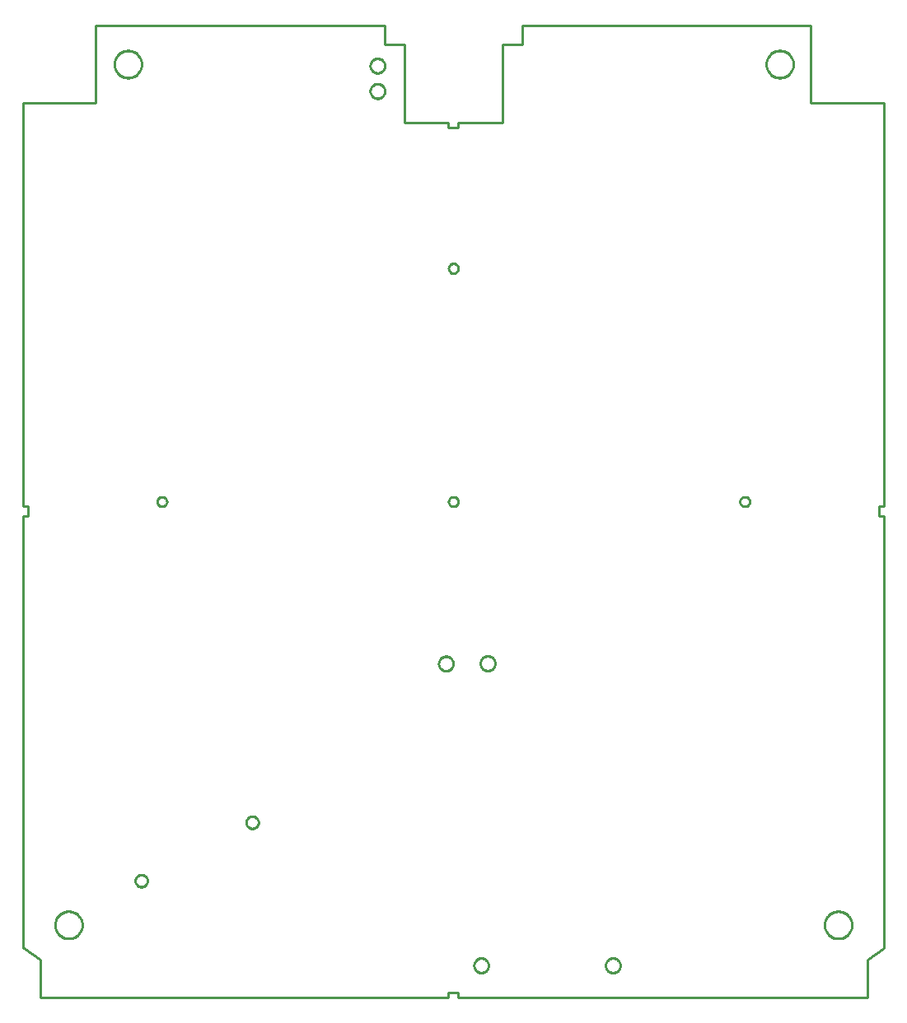
<source format=gbr>
G04 EAGLE Gerber X2 export*
%TF.Part,Single*%
%TF.FileFunction,Profile,NP*%
%TF.FilePolarity,Positive*%
%TF.GenerationSoftware,Autodesk,EAGLE,9.2.2*%
%TF.CreationDate,2019-04-19T13:44:37Z*%
G75*
%MOMM*%
%FSLAX34Y34*%
%LPD*%
%IN*%
%AMOC8*
5,1,8,0,0,1.08239X$1,22.5*%
G01*
%ADD10C,0.254000*%


D10*
X0Y50800D02*
X1100Y50800D01*
X18000Y38900D01*
X18000Y0D01*
X437500Y0D01*
X437500Y5000D01*
X447500Y5000D01*
X447500Y0D01*
X868000Y0D01*
X868000Y38900D01*
X885000Y50800D01*
X885000Y495000D01*
X880000Y495000D01*
X880000Y505000D01*
X884875Y505000D01*
X885000Y505100D01*
X885000Y920000D01*
X810000Y920000D01*
X810000Y1000000D01*
X513000Y1000000D01*
X513000Y980000D01*
X493000Y980000D01*
X493000Y900000D01*
X447500Y900000D01*
X447500Y895000D01*
X437500Y895000D01*
X437500Y900000D01*
X392000Y900000D01*
X392000Y980000D01*
X372000Y980000D01*
X372000Y1000000D01*
X75000Y1000000D01*
X75000Y920000D01*
X0Y920000D01*
X0Y505000D01*
X5000Y505000D01*
X5000Y495000D01*
X0Y495000D01*
X0Y50800D01*
X143281Y505000D02*
X143839Y505063D01*
X144386Y505188D01*
X144916Y505373D01*
X145422Y505617D01*
X145898Y505916D01*
X146337Y506266D01*
X146734Y506663D01*
X147084Y507102D01*
X147383Y507578D01*
X147627Y508084D01*
X147812Y508614D01*
X147937Y509161D01*
X148000Y509719D01*
X148000Y510281D01*
X147937Y510839D01*
X147812Y511386D01*
X147627Y511916D01*
X147383Y512422D01*
X147084Y512898D01*
X146734Y513337D01*
X146337Y513734D01*
X145898Y514084D01*
X145422Y514383D01*
X144916Y514627D01*
X144386Y514812D01*
X143839Y514937D01*
X143281Y515000D01*
X142719Y515000D01*
X142161Y514937D01*
X141614Y514812D01*
X141084Y514627D01*
X140578Y514383D01*
X140102Y514084D01*
X139663Y513734D01*
X139266Y513337D01*
X138916Y512898D01*
X138617Y512422D01*
X138373Y511916D01*
X138188Y511386D01*
X138063Y510839D01*
X138000Y510281D01*
X138000Y509719D01*
X138063Y509161D01*
X138188Y508614D01*
X138373Y508084D01*
X138617Y507578D01*
X138916Y507102D01*
X139266Y506663D01*
X139663Y506266D01*
X140102Y505916D01*
X140578Y505617D01*
X141084Y505373D01*
X141614Y505188D01*
X142161Y505063D01*
X142719Y505000D01*
X143281Y505000D01*
X742283Y504996D02*
X742841Y505059D01*
X743388Y505184D01*
X743918Y505370D01*
X744424Y505613D01*
X744900Y505912D01*
X745339Y506262D01*
X745736Y506660D01*
X746086Y507099D01*
X746385Y507574D01*
X746629Y508080D01*
X746814Y508610D01*
X746939Y509158D01*
X747002Y509716D01*
X747002Y510277D01*
X746939Y510835D01*
X746814Y511383D01*
X746629Y511913D01*
X746385Y512419D01*
X746086Y512894D01*
X745736Y513333D01*
X745339Y513731D01*
X744900Y514081D01*
X744424Y514379D01*
X743918Y514623D01*
X743388Y514809D01*
X742841Y514934D01*
X742283Y514996D01*
X741721Y514996D01*
X741163Y514934D01*
X740615Y514809D01*
X740085Y514623D01*
X739579Y514379D01*
X739104Y514081D01*
X738665Y513731D01*
X738268Y513333D01*
X737918Y512894D01*
X737619Y512419D01*
X737375Y511913D01*
X737190Y511383D01*
X737065Y510835D01*
X737002Y510277D01*
X737002Y509716D01*
X737065Y509158D01*
X737190Y508610D01*
X737375Y508080D01*
X737619Y507574D01*
X737918Y507099D01*
X738268Y506660D01*
X738665Y506262D01*
X739104Y505912D01*
X739579Y505613D01*
X740085Y505370D01*
X740615Y505184D01*
X741163Y505059D01*
X741721Y504996D01*
X742283Y504996D01*
X128050Y119649D02*
X127971Y118951D01*
X127815Y118267D01*
X127583Y117604D01*
X127279Y116972D01*
X126905Y116378D01*
X126468Y115829D01*
X125971Y115332D01*
X125422Y114895D01*
X124828Y114521D01*
X124196Y114217D01*
X123533Y113985D01*
X122849Y113829D01*
X122151Y113750D01*
X121449Y113750D01*
X120751Y113829D01*
X120067Y113985D01*
X119404Y114217D01*
X118772Y114521D01*
X118178Y114895D01*
X117629Y115332D01*
X117132Y115829D01*
X116695Y116378D01*
X116321Y116972D01*
X116017Y117604D01*
X115785Y118267D01*
X115629Y118951D01*
X115550Y119649D01*
X115550Y120351D01*
X115629Y121049D01*
X115785Y121733D01*
X116017Y122396D01*
X116321Y123028D01*
X116695Y123622D01*
X117132Y124171D01*
X117629Y124668D01*
X118178Y125105D01*
X118772Y125479D01*
X119404Y125783D01*
X120067Y126015D01*
X120751Y126171D01*
X121449Y126250D01*
X122151Y126250D01*
X122849Y126171D01*
X123533Y126015D01*
X124196Y125783D01*
X124828Y125479D01*
X125422Y125105D01*
X125971Y124668D01*
X126468Y124171D01*
X126905Y123622D01*
X127279Y123028D01*
X127583Y122396D01*
X127815Y121733D01*
X127971Y121049D01*
X128050Y120351D01*
X128050Y119649D01*
X242050Y179649D02*
X241971Y178951D01*
X241815Y178267D01*
X241583Y177604D01*
X241279Y176972D01*
X240905Y176378D01*
X240468Y175829D01*
X239971Y175332D01*
X239422Y174895D01*
X238828Y174521D01*
X238196Y174217D01*
X237533Y173985D01*
X236849Y173829D01*
X236151Y173750D01*
X235449Y173750D01*
X234751Y173829D01*
X234067Y173985D01*
X233404Y174217D01*
X232772Y174521D01*
X232178Y174895D01*
X231629Y175332D01*
X231132Y175829D01*
X230695Y176378D01*
X230321Y176972D01*
X230017Y177604D01*
X229785Y178267D01*
X229629Y178951D01*
X229550Y179649D01*
X229550Y180351D01*
X229629Y181049D01*
X229785Y181733D01*
X230017Y182396D01*
X230321Y183028D01*
X230695Y183622D01*
X231132Y184171D01*
X231629Y184668D01*
X232178Y185105D01*
X232772Y185479D01*
X233404Y185783D01*
X234067Y186015D01*
X234751Y186171D01*
X235449Y186250D01*
X236151Y186250D01*
X236849Y186171D01*
X237533Y186015D01*
X238196Y185783D01*
X238828Y185479D01*
X239422Y185105D01*
X239971Y184668D01*
X240468Y184171D01*
X240905Y183622D01*
X241279Y183028D01*
X241583Y182396D01*
X241815Y181733D01*
X241971Y181049D01*
X242050Y180351D01*
X242050Y179649D01*
X122000Y959500D02*
X121929Y958503D01*
X121786Y957513D01*
X121574Y956536D01*
X121292Y955576D01*
X120943Y954639D01*
X120527Y953729D01*
X120048Y952852D01*
X119507Y952010D01*
X118908Y951210D01*
X118253Y950454D01*
X117546Y949747D01*
X116790Y949092D01*
X115990Y948493D01*
X115148Y947952D01*
X114271Y947473D01*
X113361Y947057D01*
X112424Y946708D01*
X111465Y946426D01*
X110487Y946214D01*
X109498Y946071D01*
X108500Y946000D01*
X107500Y946000D01*
X106503Y946071D01*
X105513Y946214D01*
X104536Y946426D01*
X103576Y946708D01*
X102639Y947057D01*
X101729Y947473D01*
X100852Y947952D01*
X100010Y948493D01*
X99210Y949092D01*
X98454Y949747D01*
X97747Y950454D01*
X97092Y951210D01*
X96493Y952010D01*
X95952Y952852D01*
X95473Y953729D01*
X95057Y954639D01*
X94708Y955576D01*
X94426Y956536D01*
X94214Y957513D01*
X94071Y958503D01*
X94000Y959500D01*
X94000Y960500D01*
X94071Y961498D01*
X94214Y962487D01*
X94426Y963465D01*
X94708Y964424D01*
X95057Y965361D01*
X95473Y966271D01*
X95952Y967148D01*
X96493Y967990D01*
X97092Y968790D01*
X97747Y969546D01*
X98454Y970253D01*
X99210Y970908D01*
X100010Y971507D01*
X100852Y972048D01*
X101729Y972527D01*
X102639Y972943D01*
X103576Y973292D01*
X104536Y973574D01*
X105513Y973786D01*
X106503Y973929D01*
X107500Y974000D01*
X108500Y974000D01*
X109498Y973929D01*
X110487Y973786D01*
X111465Y973574D01*
X112424Y973292D01*
X113361Y972943D01*
X114271Y972527D01*
X115148Y972048D01*
X115990Y971507D01*
X116790Y970908D01*
X117546Y970253D01*
X118253Y969546D01*
X118908Y968790D01*
X119507Y967990D01*
X120048Y967148D01*
X120527Y966271D01*
X120943Y965361D01*
X121292Y964424D01*
X121574Y963465D01*
X121786Y962487D01*
X121929Y961498D01*
X122000Y960500D01*
X122000Y959500D01*
X792000Y959500D02*
X791929Y958503D01*
X791786Y957513D01*
X791574Y956536D01*
X791292Y955576D01*
X790943Y954639D01*
X790527Y953729D01*
X790048Y952852D01*
X789507Y952010D01*
X788908Y951210D01*
X788253Y950454D01*
X787546Y949747D01*
X786790Y949092D01*
X785990Y948493D01*
X785148Y947952D01*
X784271Y947473D01*
X783361Y947057D01*
X782424Y946708D01*
X781465Y946426D01*
X780487Y946214D01*
X779498Y946071D01*
X778500Y946000D01*
X777500Y946000D01*
X776503Y946071D01*
X775513Y946214D01*
X774536Y946426D01*
X773576Y946708D01*
X772639Y947057D01*
X771729Y947473D01*
X770852Y947952D01*
X770010Y948493D01*
X769210Y949092D01*
X768454Y949747D01*
X767747Y950454D01*
X767092Y951210D01*
X766493Y952010D01*
X765952Y952852D01*
X765473Y953729D01*
X765057Y954639D01*
X764708Y955576D01*
X764426Y956536D01*
X764214Y957513D01*
X764071Y958503D01*
X764000Y959500D01*
X764000Y960500D01*
X764071Y961498D01*
X764214Y962487D01*
X764426Y963465D01*
X764708Y964424D01*
X765057Y965361D01*
X765473Y966271D01*
X765952Y967148D01*
X766493Y967990D01*
X767092Y968790D01*
X767747Y969546D01*
X768454Y970253D01*
X769210Y970908D01*
X770010Y971507D01*
X770852Y972048D01*
X771729Y972527D01*
X772639Y972943D01*
X773576Y973292D01*
X774536Y973574D01*
X775513Y973786D01*
X776503Y973929D01*
X777500Y974000D01*
X778500Y974000D01*
X779498Y973929D01*
X780487Y973786D01*
X781465Y973574D01*
X782424Y973292D01*
X783361Y972943D01*
X784271Y972527D01*
X785148Y972048D01*
X785990Y971507D01*
X786790Y970908D01*
X787546Y970253D01*
X788253Y969546D01*
X788908Y968790D01*
X789507Y967990D01*
X790048Y967148D01*
X790527Y966271D01*
X790943Y965361D01*
X791292Y964424D01*
X791574Y963465D01*
X791786Y962487D01*
X791929Y961498D01*
X792000Y960500D01*
X792000Y959500D01*
X61000Y74000D02*
X60929Y73003D01*
X60786Y72013D01*
X60574Y71036D01*
X60292Y70076D01*
X59943Y69139D01*
X59527Y68229D01*
X59048Y67352D01*
X58507Y66510D01*
X57908Y65710D01*
X57253Y64954D01*
X56546Y64247D01*
X55790Y63592D01*
X54990Y62993D01*
X54148Y62452D01*
X53271Y61973D01*
X52361Y61557D01*
X51424Y61208D01*
X50465Y60926D01*
X49487Y60714D01*
X48498Y60571D01*
X47500Y60500D01*
X46500Y60500D01*
X45503Y60571D01*
X44513Y60714D01*
X43536Y60926D01*
X42576Y61208D01*
X41639Y61557D01*
X40729Y61973D01*
X39852Y62452D01*
X39010Y62993D01*
X38210Y63592D01*
X37454Y64247D01*
X36747Y64954D01*
X36092Y65710D01*
X35493Y66510D01*
X34952Y67352D01*
X34473Y68229D01*
X34057Y69139D01*
X33708Y70076D01*
X33426Y71036D01*
X33214Y72013D01*
X33071Y73003D01*
X33000Y74000D01*
X33000Y75000D01*
X33071Y75998D01*
X33214Y76987D01*
X33426Y77965D01*
X33708Y78924D01*
X34057Y79861D01*
X34473Y80771D01*
X34952Y81648D01*
X35493Y82490D01*
X36092Y83290D01*
X36747Y84046D01*
X37454Y84753D01*
X38210Y85408D01*
X39010Y86007D01*
X39852Y86548D01*
X40729Y87027D01*
X41639Y87443D01*
X42576Y87792D01*
X43536Y88074D01*
X44513Y88286D01*
X45503Y88429D01*
X46500Y88500D01*
X47500Y88500D01*
X48498Y88429D01*
X49487Y88286D01*
X50465Y88074D01*
X51424Y87792D01*
X52361Y87443D01*
X53271Y87027D01*
X54148Y86548D01*
X54990Y86007D01*
X55790Y85408D01*
X56546Y84753D01*
X57253Y84046D01*
X57908Y83290D01*
X58507Y82490D01*
X59048Y81648D01*
X59527Y80771D01*
X59943Y79861D01*
X60292Y78924D01*
X60574Y77965D01*
X60786Y76987D01*
X60929Y75998D01*
X61000Y75000D01*
X61000Y74000D01*
X852000Y74000D02*
X851929Y73003D01*
X851786Y72013D01*
X851574Y71036D01*
X851292Y70076D01*
X850943Y69139D01*
X850527Y68229D01*
X850048Y67352D01*
X849507Y66510D01*
X848908Y65710D01*
X848253Y64954D01*
X847546Y64247D01*
X846790Y63592D01*
X845990Y62993D01*
X845148Y62452D01*
X844271Y61973D01*
X843361Y61557D01*
X842424Y61208D01*
X841465Y60926D01*
X840487Y60714D01*
X839498Y60571D01*
X838500Y60500D01*
X837500Y60500D01*
X836503Y60571D01*
X835513Y60714D01*
X834536Y60926D01*
X833576Y61208D01*
X832639Y61557D01*
X831729Y61973D01*
X830852Y62452D01*
X830010Y62993D01*
X829210Y63592D01*
X828454Y64247D01*
X827747Y64954D01*
X827092Y65710D01*
X826493Y66510D01*
X825952Y67352D01*
X825473Y68229D01*
X825057Y69139D01*
X824708Y70076D01*
X824426Y71036D01*
X824214Y72013D01*
X824071Y73003D01*
X824000Y74000D01*
X824000Y75000D01*
X824071Y75998D01*
X824214Y76987D01*
X824426Y77965D01*
X824708Y78924D01*
X825057Y79861D01*
X825473Y80771D01*
X825952Y81648D01*
X826493Y82490D01*
X827092Y83290D01*
X827747Y84046D01*
X828454Y84753D01*
X829210Y85408D01*
X830010Y86007D01*
X830852Y86548D01*
X831729Y87027D01*
X832639Y87443D01*
X833576Y87792D01*
X834536Y88074D01*
X835513Y88286D01*
X836503Y88429D01*
X837500Y88500D01*
X838500Y88500D01*
X839498Y88429D01*
X840487Y88286D01*
X841465Y88074D01*
X842424Y87792D01*
X843361Y87443D01*
X844271Y87027D01*
X845148Y86548D01*
X845990Y86007D01*
X846790Y85408D01*
X847546Y84753D01*
X848253Y84046D01*
X848908Y83290D01*
X849507Y82490D01*
X850048Y81648D01*
X850527Y80771D01*
X850943Y79861D01*
X851292Y78924D01*
X851574Y77965D01*
X851786Y76987D01*
X851929Y75998D01*
X852000Y75000D01*
X852000Y74000D01*
X372020Y958063D02*
X371948Y957330D01*
X371804Y956607D01*
X371590Y955902D01*
X371308Y955221D01*
X370961Y954571D01*
X370551Y953958D01*
X370084Y953389D01*
X369563Y952867D01*
X368993Y952400D01*
X368380Y951991D01*
X367730Y951643D01*
X367050Y951361D01*
X366344Y951147D01*
X365622Y951004D01*
X364888Y950931D01*
X364151Y950931D01*
X363418Y951004D01*
X362695Y951147D01*
X361990Y951361D01*
X361309Y951643D01*
X360659Y951991D01*
X360047Y952400D01*
X359477Y952867D01*
X358956Y953389D01*
X358489Y953958D01*
X358079Y954571D01*
X357732Y955221D01*
X357450Y955902D01*
X357236Y956607D01*
X357092Y957330D01*
X357020Y958063D01*
X357020Y958800D01*
X357092Y959533D01*
X357236Y960256D01*
X357450Y960961D01*
X357732Y961642D01*
X358079Y962292D01*
X358489Y962904D01*
X358956Y963474D01*
X359477Y963995D01*
X360047Y964463D01*
X360659Y964872D01*
X361309Y965219D01*
X361990Y965501D01*
X362695Y965715D01*
X363418Y965859D01*
X364151Y965931D01*
X364888Y965931D01*
X365622Y965859D01*
X366344Y965715D01*
X367050Y965501D01*
X367730Y965219D01*
X368380Y964872D01*
X368993Y964463D01*
X369563Y963995D01*
X370084Y963474D01*
X370551Y962904D01*
X370961Y962292D01*
X371308Y961642D01*
X371590Y960961D01*
X371804Y960256D01*
X371948Y959533D01*
X372020Y958800D01*
X372020Y958063D01*
X372020Y931991D02*
X371948Y931257D01*
X371804Y930535D01*
X371590Y929829D01*
X371308Y929149D01*
X370961Y928499D01*
X370551Y927886D01*
X370084Y927316D01*
X369563Y926795D01*
X368993Y926328D01*
X368380Y925918D01*
X367730Y925571D01*
X367050Y925289D01*
X366344Y925075D01*
X365622Y924931D01*
X364888Y924859D01*
X364151Y924859D01*
X363418Y924931D01*
X362695Y925075D01*
X361990Y925289D01*
X361309Y925571D01*
X360659Y925918D01*
X360047Y926328D01*
X359477Y926795D01*
X358956Y927316D01*
X358489Y927886D01*
X358079Y928499D01*
X357732Y929149D01*
X357450Y929829D01*
X357236Y930535D01*
X357092Y931257D01*
X357020Y931991D01*
X357020Y932728D01*
X357092Y933461D01*
X357236Y934184D01*
X357450Y934889D01*
X357732Y935570D01*
X358079Y936220D01*
X358489Y936832D01*
X358956Y937402D01*
X359477Y937923D01*
X360047Y938390D01*
X360659Y938800D01*
X361309Y939147D01*
X361990Y939429D01*
X362695Y939643D01*
X363418Y939787D01*
X364151Y939859D01*
X364888Y939859D01*
X365622Y939787D01*
X366344Y939643D01*
X367050Y939429D01*
X367730Y939147D01*
X368380Y938800D01*
X368993Y938390D01*
X369563Y937923D01*
X370084Y937402D01*
X370551Y936832D01*
X370961Y936220D01*
X371308Y935570D01*
X371590Y934889D01*
X371804Y934184D01*
X371948Y933461D01*
X372020Y932728D01*
X372020Y931991D01*
X613969Y32486D02*
X613897Y31753D01*
X613753Y31030D01*
X613539Y30325D01*
X613257Y29644D01*
X612910Y28994D01*
X612500Y28381D01*
X612033Y27812D01*
X611512Y27291D01*
X610942Y26823D01*
X610329Y26414D01*
X609680Y26066D01*
X608999Y25784D01*
X608294Y25570D01*
X607571Y25427D01*
X606837Y25354D01*
X606101Y25354D01*
X605367Y25427D01*
X604644Y25570D01*
X603939Y25784D01*
X603258Y26066D01*
X602609Y26414D01*
X601996Y26823D01*
X601426Y27291D01*
X600905Y27812D01*
X600438Y28381D01*
X600028Y28994D01*
X599681Y29644D01*
X599399Y30325D01*
X599185Y31030D01*
X599041Y31753D01*
X598969Y32486D01*
X598969Y33223D01*
X599041Y33956D01*
X599185Y34679D01*
X599399Y35384D01*
X599681Y36065D01*
X600028Y36715D01*
X600438Y37328D01*
X600905Y37897D01*
X601426Y38418D01*
X601996Y38886D01*
X602609Y39295D01*
X603258Y39643D01*
X603939Y39925D01*
X604644Y40138D01*
X605367Y40282D01*
X606101Y40354D01*
X606837Y40354D01*
X607571Y40282D01*
X608294Y40138D01*
X608999Y39925D01*
X609680Y39643D01*
X610329Y39295D01*
X610942Y38886D01*
X611512Y38418D01*
X612033Y37897D01*
X612500Y37328D01*
X612910Y36715D01*
X613257Y36065D01*
X613539Y35384D01*
X613753Y34679D01*
X613897Y33956D01*
X613969Y33223D01*
X613969Y32486D01*
X478584Y32486D02*
X478512Y31753D01*
X478368Y31030D01*
X478154Y30325D01*
X477872Y29644D01*
X477525Y28994D01*
X477115Y28381D01*
X476648Y27812D01*
X476127Y27291D01*
X475557Y26823D01*
X474944Y26414D01*
X474295Y26066D01*
X473614Y25784D01*
X472909Y25570D01*
X472186Y25427D01*
X471452Y25354D01*
X470716Y25354D01*
X469982Y25427D01*
X469259Y25570D01*
X468554Y25784D01*
X467873Y26066D01*
X467224Y26414D01*
X466611Y26823D01*
X466041Y27291D01*
X465520Y27812D01*
X465053Y28381D01*
X464643Y28994D01*
X464296Y29644D01*
X464014Y30325D01*
X463800Y31030D01*
X463656Y31753D01*
X463584Y32486D01*
X463584Y33223D01*
X463656Y33956D01*
X463800Y34679D01*
X464014Y35384D01*
X464296Y36065D01*
X464643Y36715D01*
X465053Y37328D01*
X465520Y37897D01*
X466041Y38418D01*
X466611Y38886D01*
X467224Y39295D01*
X467873Y39643D01*
X468554Y39925D01*
X469259Y40138D01*
X469982Y40282D01*
X470716Y40354D01*
X471452Y40354D01*
X472186Y40282D01*
X472909Y40138D01*
X473614Y39925D01*
X474295Y39643D01*
X474944Y39295D01*
X475557Y38886D01*
X476127Y38418D01*
X476648Y37897D01*
X477115Y37328D01*
X477525Y36715D01*
X477872Y36065D01*
X478154Y35384D01*
X478368Y34679D01*
X478512Y33956D01*
X478584Y33223D01*
X478584Y32486D01*
X437500Y510281D02*
X437563Y510839D01*
X437688Y511386D01*
X437873Y511916D01*
X438117Y512422D01*
X438416Y512898D01*
X438766Y513337D01*
X439163Y513734D01*
X439602Y514084D01*
X440078Y514383D01*
X440584Y514627D01*
X441114Y514812D01*
X441661Y514937D01*
X442219Y515000D01*
X442781Y515000D01*
X443339Y514937D01*
X443886Y514812D01*
X444416Y514627D01*
X444922Y514383D01*
X445398Y514084D01*
X445837Y513734D01*
X446234Y513337D01*
X446584Y512898D01*
X446883Y512422D01*
X447127Y511916D01*
X447312Y511386D01*
X447437Y510839D01*
X447500Y510281D01*
X447500Y509719D01*
X447437Y509161D01*
X447312Y508614D01*
X447127Y508084D01*
X446883Y507578D01*
X446584Y507102D01*
X446234Y506663D01*
X445837Y506266D01*
X445398Y505916D01*
X444922Y505617D01*
X444416Y505373D01*
X443886Y505188D01*
X443339Y505063D01*
X442781Y505000D01*
X442219Y505000D01*
X441661Y505063D01*
X441114Y505188D01*
X440584Y505373D01*
X440078Y505617D01*
X439602Y505916D01*
X439163Y506266D01*
X438766Y506663D01*
X438416Y507102D01*
X438117Y507578D01*
X437873Y508084D01*
X437688Y508614D01*
X437563Y509161D01*
X437500Y509719D01*
X437500Y510281D01*
X485280Y343333D02*
X485208Y342599D01*
X485064Y341877D01*
X484850Y341171D01*
X484568Y340491D01*
X484221Y339841D01*
X483811Y339228D01*
X483344Y338658D01*
X482823Y338137D01*
X482253Y337670D01*
X481641Y337260D01*
X480991Y336913D01*
X480310Y336631D01*
X479605Y336417D01*
X478882Y336273D01*
X478149Y336201D01*
X477412Y336201D01*
X476678Y336273D01*
X475956Y336417D01*
X475250Y336631D01*
X474570Y336913D01*
X473920Y337260D01*
X473307Y337670D01*
X472737Y338137D01*
X472216Y338658D01*
X471749Y339228D01*
X471339Y339841D01*
X470992Y340491D01*
X470710Y341171D01*
X470496Y341877D01*
X470352Y342599D01*
X470280Y343333D01*
X470280Y344070D01*
X470352Y344803D01*
X470496Y345526D01*
X470710Y346231D01*
X470992Y346912D01*
X471339Y347562D01*
X471749Y348174D01*
X472216Y348744D01*
X472737Y349265D01*
X473307Y349732D01*
X473920Y350142D01*
X474570Y350489D01*
X475250Y350771D01*
X475956Y350985D01*
X476678Y351129D01*
X477412Y351201D01*
X478149Y351201D01*
X478882Y351129D01*
X479605Y350985D01*
X480310Y350771D01*
X480991Y350489D01*
X481641Y350142D01*
X482253Y349732D01*
X482823Y349265D01*
X483344Y348744D01*
X483811Y348174D01*
X484221Y347562D01*
X484568Y346912D01*
X484850Y346231D01*
X485064Y345526D01*
X485208Y344803D01*
X485280Y344070D01*
X485280Y343333D01*
X442355Y343002D02*
X442283Y342268D01*
X442139Y341546D01*
X441925Y340841D01*
X441643Y340160D01*
X441296Y339510D01*
X440886Y338897D01*
X440419Y338327D01*
X439898Y337806D01*
X439328Y337339D01*
X438715Y336930D01*
X438066Y336582D01*
X437385Y336300D01*
X436680Y336086D01*
X435957Y335942D01*
X435223Y335870D01*
X434487Y335870D01*
X433753Y335942D01*
X433030Y336086D01*
X432325Y336300D01*
X431644Y336582D01*
X430995Y336930D01*
X430382Y337339D01*
X429812Y337806D01*
X429291Y338327D01*
X428824Y338897D01*
X428414Y339510D01*
X428067Y340160D01*
X427785Y340841D01*
X427571Y341546D01*
X427427Y342268D01*
X427355Y343002D01*
X427355Y343739D01*
X427427Y344472D01*
X427571Y345195D01*
X427785Y345900D01*
X428067Y346581D01*
X428414Y347231D01*
X428824Y347843D01*
X429291Y348413D01*
X429812Y348934D01*
X430382Y349402D01*
X430995Y349811D01*
X431644Y350158D01*
X432325Y350440D01*
X433030Y350654D01*
X433753Y350798D01*
X434487Y350870D01*
X435223Y350870D01*
X435957Y350798D01*
X436680Y350654D01*
X437385Y350440D01*
X438066Y350158D01*
X438715Y349811D01*
X439328Y349402D01*
X439898Y348934D01*
X440419Y348413D01*
X440886Y347843D01*
X441296Y347231D01*
X441643Y346581D01*
X441925Y345900D01*
X442139Y345195D01*
X442283Y344472D01*
X442355Y343739D01*
X442355Y343002D01*
X447500Y749719D02*
X447437Y749161D01*
X447312Y748614D01*
X447127Y748084D01*
X446883Y747578D01*
X446584Y747102D01*
X446234Y746663D01*
X445837Y746266D01*
X445398Y745916D01*
X444922Y745617D01*
X444416Y745373D01*
X443886Y745188D01*
X443339Y745063D01*
X442781Y745000D01*
X442219Y745000D01*
X441661Y745063D01*
X441114Y745188D01*
X440584Y745373D01*
X440078Y745617D01*
X439602Y745916D01*
X439163Y746266D01*
X438766Y746663D01*
X438416Y747102D01*
X438117Y747578D01*
X437873Y748084D01*
X437688Y748614D01*
X437563Y749161D01*
X437500Y749719D01*
X437500Y750281D01*
X437563Y750839D01*
X437688Y751386D01*
X437873Y751916D01*
X438117Y752422D01*
X438416Y752898D01*
X438766Y753337D01*
X439163Y753734D01*
X439602Y754084D01*
X440078Y754383D01*
X440584Y754627D01*
X441114Y754812D01*
X441661Y754937D01*
X442219Y755000D01*
X442781Y755000D01*
X443339Y754937D01*
X443886Y754812D01*
X444416Y754627D01*
X444922Y754383D01*
X445398Y754084D01*
X445837Y753734D01*
X446234Y753337D01*
X446584Y752898D01*
X446883Y752422D01*
X447127Y751916D01*
X447312Y751386D01*
X447437Y750839D01*
X447500Y750281D01*
X447500Y749719D01*
M02*

</source>
